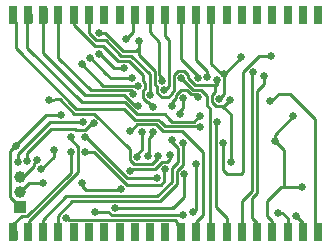
<source format=gbl>
G04*
G04 #@! TF.GenerationSoftware,Altium Limited,Altium Designer,20.0.2 (26)*
G04*
G04 Layer_Physical_Order=2*
G04 Layer_Color=16711680*
%FSLAX25Y25*%
%MOIN*%
G70*
G01*
G75*
%ADD11C,0.01000*%
%ADD45C,0.03937*%
%ADD46R,0.03937X0.03937*%
%ADD48C,0.02520*%
%ADD49R,0.03150X0.05906*%
D11*
X84153Y60094D02*
X88193D01*
X78720Y54661D02*
X84153Y60094D01*
X78720Y21283D02*
Y54661D01*
X69658Y51920D02*
Y52205D01*
X78079Y59429D02*
Y59630D01*
X72500Y53850D02*
X78079Y59429D01*
X81873Y54273D02*
X82050Y54450D01*
X85850Y50700D02*
Y53350D01*
X69634Y9713D02*
Y38002D01*
X70037D01*
X69634Y9713D02*
X73284Y6062D01*
X67678Y512D02*
X68189Y0D01*
X67678Y512D02*
Y38979D01*
X67710Y39012D02*
Y42461D01*
X67678Y38979D02*
X67710Y39012D01*
X62288Y38090D02*
X64049Y39851D01*
X55110Y38090D02*
X62288D01*
X64049Y39851D02*
X64551D01*
X66746Y43424D02*
X67710Y42461D01*
X52714Y36490D02*
X64108D01*
X64480Y36118D01*
X90225Y7732D02*
X90482Y7990D01*
X90225Y7732D02*
X90583D01*
X91823Y7732D01*
X30720Y60830D02*
X35711Y55839D01*
X3043Y-1075D02*
Y1756D01*
X1969Y2559D02*
X2240D01*
X23672Y21133D02*
Y29765D01*
X21312Y32125D02*
X23672Y29765D01*
X21312Y32125D02*
Y33049D01*
X7400Y4861D02*
X23672Y21133D01*
X26032Y27953D02*
X29078D01*
X39975Y17055D01*
X6889Y6613D02*
X21312Y21035D01*
Y27954D01*
X6891Y27761D02*
X14828Y35698D01*
X22686D01*
X22976Y35409D02*
X26254D01*
X22686Y35698D02*
X22976Y35409D01*
X58776Y45286D02*
X59572Y46082D01*
X51012Y11556D02*
X56681Y17224D01*
X21863Y11556D02*
X51012D01*
X50215Y13156D02*
X55081Y18022D01*
X19888Y13156D02*
X50215D01*
X37898Y15236D02*
X38177Y15516D01*
X39975Y17055D02*
X48962D01*
X40184Y19388D02*
X42139D01*
X26523Y33049D02*
X40184Y19388D01*
X41161Y21748D02*
X41639Y22225D01*
X43458Y26185D02*
Y26502D01*
X42481Y23825D02*
X48387D01*
X41022Y25284D02*
X42481Y23825D01*
X50925Y17055D02*
X51453D01*
X50921Y17051D02*
X50925Y17055D01*
X48966Y17051D02*
X50921D01*
X48962Y17055D02*
X48966Y17051D01*
X51453Y17055D02*
X52595Y18197D01*
X15642Y26312D02*
Y28638D01*
X11593Y22263D02*
X15642Y26312D01*
X92748Y16178D02*
X98524D01*
X92382Y16543D02*
X92748Y16178D01*
X92382Y16543D02*
Y28516D01*
X89339Y31559D02*
X92382Y28516D01*
X91453Y16178D02*
X98524D01*
X86898Y11622D02*
X91453Y16178D01*
X86898Y6520D02*
Y11622D01*
X28351Y36916D02*
X28947Y37513D01*
X27761Y36916D02*
X28351D01*
X3828Y27292D02*
X14337Y37802D01*
X26254Y35409D02*
X27761Y36916D01*
X14337Y37802D02*
X25309D01*
X25402Y37894D01*
X41022Y25284D02*
Y28775D01*
X22577Y40710D02*
X29087D01*
X41022Y28775D01*
X28051Y59114D02*
X33193Y53972D01*
X27791Y59114D02*
X28051D01*
X25102Y57148D02*
Y57370D01*
Y57148D02*
X32199Y50051D01*
X35711Y55839D02*
X39165D01*
X27441Y67619D02*
X29830Y65231D01*
X27441Y67619D02*
Y74803D01*
X37137Y58390D02*
X40910D01*
X32215Y63312D02*
X37137Y58390D01*
X29485Y63312D02*
X32215D01*
X22445Y70353D02*
X29485Y63312D01*
X22445Y70353D02*
Y74705D01*
X29830Y65231D02*
X32969D01*
X38210Y59990D01*
X41573D01*
X40910Y58390D02*
X45578Y53722D01*
X41573Y59990D02*
X47682Y53881D01*
X33256Y54035D02*
X34783Y52508D01*
X41764D01*
X12050Y60900D02*
X26099Y46851D01*
X17252Y59298D02*
X28099Y48451D01*
X41759D01*
X26099Y46851D02*
X39170D01*
X42823Y43198D01*
X41759Y48451D02*
X42146Y48064D01*
X45578Y51533D02*
Y53722D01*
Y51533D02*
X46082Y51029D01*
Y49074D02*
Y51029D01*
X45515Y48507D02*
X46082Y49074D01*
X45515Y45869D02*
Y48507D01*
X32199Y50051D02*
X43722D01*
X10110Y25192D02*
Y25711D01*
X9251Y23357D02*
Y24288D01*
X5575Y19681D02*
X9251Y23357D01*
X26567Y15236D02*
X37898D01*
X25221Y16583D02*
X26567Y15236D01*
X17045Y6738D02*
X21863Y11556D01*
X33903Y7881D02*
X34947Y6836D01*
X29304Y7881D02*
X33903D01*
X12156Y5423D02*
X19888Y13156D01*
X34947Y6836D02*
X58522D01*
X58766Y7080D01*
X36205Y9196D02*
X54968D01*
X55266Y9494D01*
X20857Y5234D02*
X56235D01*
X55266Y9494D02*
X55468Y9291D01*
X59041Y12864D01*
X9251Y24288D02*
X10133Y25170D01*
X7400Y1715D02*
Y4861D01*
X4963Y6613D02*
X6889D01*
X2240Y3890D02*
X4963Y6613D01*
X7543Y17760D02*
X10929D01*
X4465Y14681D02*
X7543Y17760D01*
X12941Y40161D02*
X18039D01*
X1185Y28405D02*
X12941Y40161D01*
X1185Y12961D02*
Y28405D01*
X3771Y27292D02*
X3828D01*
X3799Y27264D02*
X3831Y27232D01*
X3771Y24637D02*
Y27292D01*
X1185Y12961D02*
X4465Y9681D01*
X10110Y25711D02*
X10155Y25756D01*
X6891Y24936D02*
Y27761D01*
X4650Y19681D02*
X5575D01*
X43318Y40440D02*
X52760D01*
X39266Y44492D02*
X43318Y40440D01*
X39106Y42390D02*
X42786Y38710D01*
X41157Y35063D02*
X41388D01*
X43435Y37110D01*
X14223Y45375D02*
X17837Y45450D01*
X22577Y40710D01*
X39850Y65500D02*
X42250Y67900D01*
X19990Y6100D02*
X20857Y5234D01*
X50882Y53551D02*
X52334Y52099D01*
X58009Y59081D02*
X64114Y52975D01*
X66746Y43424D02*
Y46580D01*
X62050Y48714D02*
X64612D01*
X66746Y46580D01*
X47820Y67783D02*
X50882Y64721D01*
Y53551D02*
Y64721D01*
X68197Y57399D02*
X71746Y53850D01*
X81650Y12532D02*
X83473Y14356D01*
X81650Y6096D02*
Y12532D01*
Y6096D02*
X83473Y4272D01*
X46953Y44487D02*
X48639Y42800D01*
X46898Y44487D02*
X46953D01*
X45515Y45869D02*
X46898Y44487D01*
X47682Y50244D02*
Y53881D01*
Y47040D02*
Y50049D01*
Y47040D02*
X47875Y46847D01*
X41639Y22225D02*
X49494D01*
X56925Y3634D02*
Y4543D01*
X56235Y5234D02*
X56925Y4543D01*
X26032Y33049D02*
X26523D01*
X48387Y23825D02*
X50566Y26004D01*
X52595Y21981D02*
X52721Y22107D01*
X52595Y18197D02*
Y21981D01*
X55081Y18022D02*
Y22581D01*
X56681Y17224D02*
Y21576D01*
X42162Y19411D02*
X49943D01*
X42139Y19388D02*
X42162Y19411D01*
X51924Y24655D02*
X53289D01*
X49494Y22225D02*
X51924Y24655D01*
X59041Y12864D02*
Y20590D01*
X56681Y21576D02*
X58650Y23545D01*
X55081Y22581D02*
X57050Y24550D01*
X53289Y24655D02*
X54368Y25734D01*
X23160Y42390D02*
X39106D01*
X24958Y44492D02*
X39266D01*
X50566Y26004D02*
Y26634D01*
Y27413D01*
X48850Y34043D02*
Y34750D01*
X49832Y37110D02*
X52052Y34890D01*
X43435Y37110D02*
X49832D01*
X47185Y26583D02*
Y27285D01*
X45216Y29021D02*
Y34554D01*
X42786Y38710D02*
X50495D01*
X42823Y43198D02*
X43919D01*
X43272Y27077D02*
X45216Y29021D01*
X43272Y26689D02*
Y27077D01*
X54368Y25734D02*
Y26922D01*
X47366Y32559D02*
X48850Y34043D01*
X47366Y27466D02*
Y32559D01*
X43272Y26689D02*
X43458Y26502D01*
X54259Y54351D02*
Y65154D01*
X52914Y66499D02*
X54259Y65154D01*
X52914Y66499D02*
Y74803D01*
X47820Y67783D02*
Y74803D01*
X19798Y5796D02*
Y5858D01*
X20016Y6075D01*
X2240Y2559D02*
Y3890D01*
Y2559D02*
X3043Y1756D01*
X2104Y2695D02*
X2240Y2559D01*
X12156Y0D02*
Y5423D01*
X17045Y204D02*
Y6738D01*
X102748Y6575D02*
X102777Y6546D01*
X69942Y51921D02*
Y51922D01*
Y51920D02*
Y51921D01*
X49282Y50711D02*
Y55021D01*
X50235Y47524D02*
Y49758D01*
X49282Y50711D02*
X50235Y49758D01*
X54238Y51049D02*
Y54330D01*
Y51049D02*
X54259Y51028D01*
Y49949D02*
Y51028D01*
X55838Y53667D02*
X57220Y55050D01*
X55838Y51712D02*
Y53667D01*
Y51712D02*
X55859Y51691D01*
Y48627D02*
Y51691D01*
X57977Y52690D02*
X58198D01*
X60558Y52469D02*
X62713Y50314D01*
X60558Y52469D02*
Y53667D01*
X59175Y55050D02*
X60558Y53667D01*
X57220Y55050D02*
X59175D01*
X52812Y48501D02*
X54259Y49949D01*
X54955Y47723D02*
X55859Y48627D01*
X69429Y43634D02*
X69503D01*
X69824Y43313D01*
X71779D01*
X71829Y43362D01*
X72186Y43004D01*
X70802Y45673D02*
X70872D01*
X69942Y51920D02*
X69943Y51920D01*
X69942Y51922D02*
Y51996D01*
Y51922D02*
X69943Y51921D01*
X71746Y53850D02*
X72500D01*
Y47300D02*
Y53850D01*
X69683Y51659D02*
X69943Y51920D01*
X69942Y51921D02*
X69943Y51921D01*
X66822Y52938D02*
Y54828D01*
X63690Y52674D02*
X63789D01*
X62713Y50314D02*
X69658D01*
X58158Y52606D02*
X62050Y48714D01*
X54238Y54330D02*
X54259Y54351D01*
X63635Y46354D02*
Y46546D01*
X57650Y40450D02*
Y41550D01*
X58410Y34890D02*
X65293Y28007D01*
X52052Y34890D02*
X58410D01*
X58915Y46082D02*
X59572D01*
X54959Y43356D02*
Y44434D01*
X52595Y48501D02*
X52812D01*
X50235Y47524D02*
X51618Y46142D01*
X54959Y44434D02*
X56555Y46030D01*
Y47060D01*
X57937Y48442D01*
X53734Y46142D02*
X54955Y47362D01*
Y47723D01*
X69942Y51921D02*
X69943Y51920D01*
X57937Y48442D02*
X60059D01*
X13232Y71169D02*
Y75878D01*
X52760Y40440D02*
X54223Y38977D01*
X59572Y46082D02*
X59579Y46090D01*
X58776Y42676D02*
Y45286D01*
X57650Y41550D02*
X58776Y42676D01*
X57894Y52606D02*
X58158D01*
X60059Y48442D02*
X61387Y47114D01*
X51618Y46142D02*
X53734D01*
X61387Y47114D02*
X63067D01*
X63789Y52674D02*
X63801Y52686D01*
X63813Y52674D01*
X63067Y47114D02*
X63635Y46546D01*
X69658Y50314D02*
X69658Y51920D01*
X69943Y50345D02*
Y51920D01*
X68442Y46973D02*
X69429Y47960D01*
X68442Y46579D02*
Y46973D01*
X68440Y46578D02*
X68442Y46579D01*
X68440Y44622D02*
Y46578D01*
Y44622D02*
X69429Y43634D01*
X72186Y43004D02*
X74400Y45218D01*
X72186Y43004D02*
X74630Y40561D01*
X69429Y47960D02*
Y49831D01*
X70872Y45673D02*
X72500Y47300D01*
X69429Y49831D02*
X69943Y50345D01*
X63813Y52674D02*
X64114Y52975D01*
X3043Y62507D02*
X23160Y42390D01*
X6900Y62550D02*
X24958Y44492D01*
X72155Y30817D02*
X72173Y30835D01*
X78135Y20697D02*
X78720Y21283D01*
X73433Y20697D02*
X78135D01*
X72155Y21975D02*
X73433Y20697D01*
X72155Y21975D02*
Y30817D01*
X55000Y31213D02*
X55046Y31258D01*
Y32005D01*
X47185Y27285D02*
X47366Y27466D01*
Y27301D02*
Y27466D01*
X73284Y0D02*
Y6062D01*
X102777Y3634D02*
Y6546D01*
X33193Y53972D02*
X33256Y54035D01*
X17045Y204D02*
X17249Y0D01*
X58000D02*
Y2559D01*
X56925Y3634D02*
X58000Y2559D01*
X17252Y59298D02*
Y74803D01*
X42146Y47213D02*
Y48064D01*
X43236Y61590D02*
X44193Y62547D01*
X38873Y61590D02*
X43236D01*
X44193Y62547D02*
Y64984D01*
Y60110D02*
Y62547D01*
Y60110D02*
X49282Y55021D01*
X63095Y4695D02*
X65293Y6893D01*
Y28007D01*
X62933Y8535D02*
Y23910D01*
X62252Y7854D02*
X62933Y8535D01*
X58650Y23545D02*
Y30900D01*
X57050Y24550D02*
Y29163D01*
X91823Y7732D02*
X93662Y5893D01*
X55000Y31213D02*
X57050Y29163D01*
X65750Y55900D02*
X66822Y54828D01*
X32872Y67590D02*
X38873Y61590D01*
X30807Y67590D02*
X32872D01*
X52587Y48500D02*
X52589Y48501D01*
X50495Y38710D02*
X51304Y37900D01*
X42250Y67900D02*
Y74328D01*
X63103Y58547D02*
X65750Y55900D01*
X57894Y52606D02*
X57977Y52690D01*
X74630Y24650D02*
Y40561D01*
X83473Y0D02*
Y4272D01*
X86898Y6520D02*
X88369Y5048D01*
X83473Y48323D02*
X85850Y50700D01*
X83473Y14356D02*
Y48323D01*
X81873Y15019D02*
Y54273D01*
X78378Y11524D02*
X81873Y15019D01*
X78378Y0D02*
Y11524D01*
X93662Y0D02*
Y5893D01*
X89339Y33642D02*
X95492Y39795D01*
X89339Y31559D02*
Y33642D01*
X88179Y44900D02*
X90618Y47339D01*
X87800Y44900D02*
X88179D01*
X90618Y47339D02*
X94492D01*
X102748Y39083D01*
Y6575D02*
Y39083D01*
X88369Y198D02*
X88568Y0D01*
X88369Y198D02*
Y5048D01*
X68197Y57399D02*
Y74803D01*
X51304Y37900D02*
X52714Y36490D01*
X54223Y38977D02*
X55110Y38090D01*
X58009Y59081D02*
Y74803D01*
X12158D02*
X13232Y75878D01*
X12050Y74696D02*
X12158Y74803D01*
X12050Y60900D02*
Y74696D01*
X6900Y62550D02*
Y71006D01*
X3043Y62507D02*
Y71169D01*
X63095Y0D02*
Y4695D01*
X2104Y2695D02*
Y2695D01*
X7062Y1377D02*
X7400Y1715D01*
X7062Y0D02*
Y1377D01*
X1969Y2559D02*
X2104Y2695D01*
X1969Y0D02*
Y2559D01*
Y0D02*
X3043Y-1075D01*
X98757Y0D02*
Y4343D01*
X96550Y6550D02*
X98757Y4343D01*
X103851Y0D02*
Y2559D01*
X102777Y3634D02*
X103851Y2559D01*
X22347Y74803D02*
X22445Y74705D01*
X12158Y72244D02*
Y74803D01*
Y72244D02*
X13232Y71169D01*
X42250Y74328D02*
X42725Y74803D01*
X63103Y58547D02*
Y74803D01*
X7600Y71707D02*
X8138Y71169D01*
X7600Y71707D02*
Y71707D01*
X6900Y71006D02*
X7600Y71707D01*
X7063Y72244D02*
Y74803D01*
X8138Y71169D02*
Y73728D01*
X7063Y74803D02*
X8138Y73728D01*
Y71169D02*
Y71169D01*
X8138Y71169D01*
X7332Y71975D02*
X7600Y71707D01*
X7063Y72244D02*
X7600Y71707D01*
X8138Y71169D02*
X8138D01*
X1969Y72244D02*
Y74803D01*
Y72244D02*
X3043Y71169D01*
D45*
X4465Y19681D02*
D03*
Y14681D02*
D03*
D46*
Y9681D02*
D03*
D48*
X78079Y59630D02*
D03*
X88193Y60094D02*
D03*
X82050Y54450D02*
D03*
X85850Y53350D02*
D03*
X70037Y38002D02*
D03*
X64551Y39851D02*
D03*
X64480Y36118D02*
D03*
X90583Y7732D02*
D03*
X21312Y27954D02*
D03*
X26032Y27953D02*
D03*
X21312Y33049D02*
D03*
X38177Y15516D02*
D03*
X41161Y21748D02*
D03*
X43458Y26185D02*
D03*
X25402Y37894D02*
D03*
X28947Y37513D02*
D03*
X30882Y60472D02*
D03*
X27791Y59114D02*
D03*
X25102Y57370D02*
D03*
X39165Y55839D02*
D03*
X41764Y52508D02*
D03*
X43722Y50051D02*
D03*
X15642Y28638D02*
D03*
X10110Y25192D02*
D03*
X11593Y22263D02*
D03*
X12039Y17551D02*
D03*
X25157Y17618D02*
D03*
X29304Y7881D02*
D03*
X36205Y9196D02*
D03*
X3165Y30016D02*
D03*
X3771Y24637D02*
D03*
X6891Y24936D02*
D03*
X98524Y16178D02*
D03*
X41157Y35063D02*
D03*
X18039Y40161D02*
D03*
X14223Y45375D02*
D03*
X39850Y65500D02*
D03*
X49943Y19411D02*
D03*
X59041Y20590D02*
D03*
X52721Y22107D02*
D03*
X26032Y33049D02*
D03*
X50566Y26634D02*
D03*
X48850Y34750D02*
D03*
X47185Y26583D02*
D03*
X45216Y34554D02*
D03*
X43919Y43198D02*
D03*
X48639Y42800D02*
D03*
X54368Y26922D02*
D03*
X19798Y5796D02*
D03*
X51642Y51689D02*
D03*
X58198Y52690D02*
D03*
X70802Y45673D02*
D03*
X69942Y51996D02*
D03*
X72500Y53850D02*
D03*
X66822Y52938D02*
D03*
X63690Y52674D02*
D03*
X63635Y46354D02*
D03*
X57650Y40450D02*
D03*
X58915Y46082D02*
D03*
X54959Y43356D02*
D03*
X52595Y48501D02*
D03*
X47875Y46847D02*
D03*
X74400Y45218D02*
D03*
X72173Y30835D02*
D03*
X55046Y32005D02*
D03*
X58766Y7080D02*
D03*
X42146Y47213D02*
D03*
X62933Y23910D02*
D03*
X62252Y7854D02*
D03*
X30807Y67590D02*
D03*
X44193Y64984D02*
D03*
X74630Y24650D02*
D03*
X89339Y31559D02*
D03*
X95492Y39795D02*
D03*
X87800Y44900D02*
D03*
X58650Y30900D02*
D03*
X96550Y6550D02*
D03*
D49*
X98757Y1181D02*
D03*
X93662D02*
D03*
X103851D02*
D03*
X88568D02*
D03*
X58000D02*
D03*
X63095D02*
D03*
X68189D02*
D03*
X73284D02*
D03*
X78378D02*
D03*
X83473D02*
D03*
X52906D02*
D03*
X47811D02*
D03*
X42717D02*
D03*
X12156D02*
D03*
X17249D02*
D03*
X22343D02*
D03*
X27436D02*
D03*
X32530D02*
D03*
X37623D02*
D03*
X7062D02*
D03*
X1969D02*
D03*
X7063Y73622D02*
D03*
X12158D02*
D03*
X1969D02*
D03*
X17252D02*
D03*
X47820D02*
D03*
X42725D02*
D03*
X37630D02*
D03*
X32536D02*
D03*
X27441D02*
D03*
X22347D02*
D03*
X52914D02*
D03*
X58009D02*
D03*
X63103D02*
D03*
X93664D02*
D03*
X88571D02*
D03*
X83477D02*
D03*
X78384D02*
D03*
X73290D02*
D03*
X68197D02*
D03*
X98758D02*
D03*
X103851D02*
D03*
M02*

</source>
